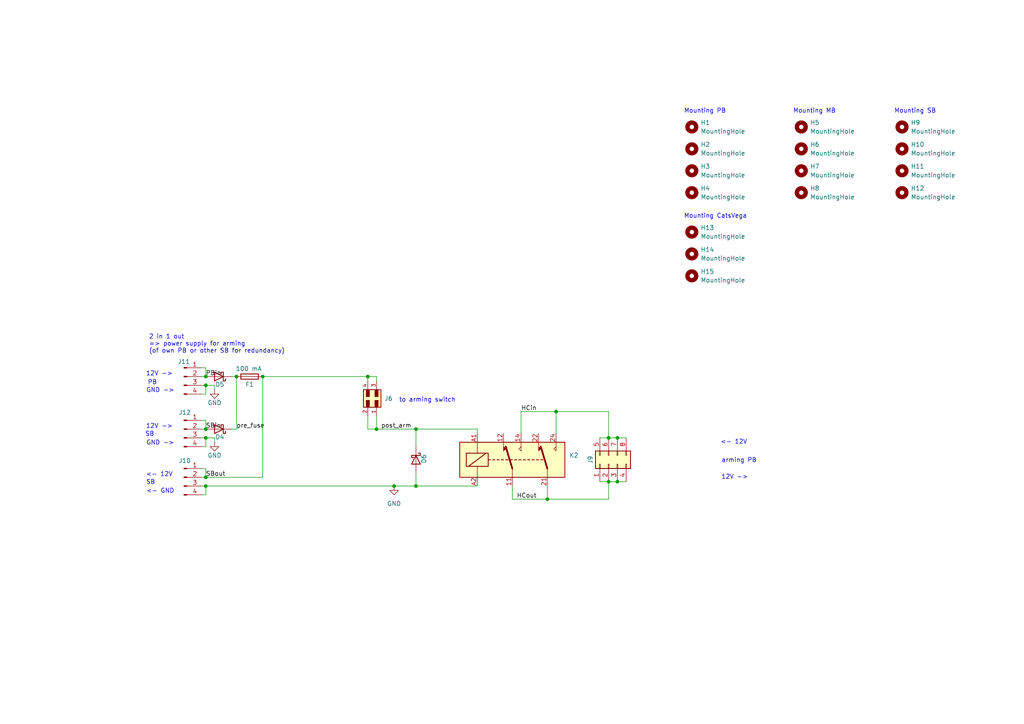
<source format=kicad_sch>
(kicad_sch (version 20250114) (generator "eeschema") (generator_version "9.0")
  (paper "A4")
  (lib_symbols
    (symbol "Connector:Conn_01x04_Pin" (pin_names (offset 1.016) (hide yes))
      (property "Reference" "J" (at 0 5.08 0))
      (property "Value" "Conn_01x04_Pin" (at 0 -7.62 0))
      (symbol "Conn_01x04_Pin_1_1"
        (rectangle (start 0.8636 2.667) (end 0 2.413) (stroke (width 0.1524)) (fill (type outline)))
        (rectangle (start 0.8636 0.127) (end 0 -0.127) (stroke (width 0.1524)) (fill (type outline)))
        (rectangle (start 0.8636 -2.413) (end 0 -2.667) (stroke (width 0.1524)) (fill (type outline)))
        (rectangle (start 0.8636 -4.953) (end 0 -5.207) (stroke (width 0.1524)) (fill (type outline)))
        (polyline (pts (xy 1.27 2.54) (xy 0.8636 2.54)) (stroke (width 0.1524)))
        (polyline (pts (xy 1.27 0) (xy 0.8636 0)) (stroke (width 0.1524)))
        (polyline (pts (xy 1.27 -2.54) (xy 0.8636 -2.54)) (stroke (width 0.1524)))
        (polyline (pts (xy 1.27 -5.08) (xy 0.8636 -5.08)) (stroke (width 0.1524)))
        (pin passive line (at 5.08 2.54 180) (length 3.81) (name "Pin_1") (number "1"))
        (pin passive line (at 5.08 0 180) (length 3.81) (name "Pin_2") (number "2"))
        (pin passive line (at 5.08 -2.54 180) (length 3.81) (name "Pin_3") (number "3"))
        (pin passive line (at 5.08 -5.08 180) (length 3.81) (name "Pin_4") (number "4"))
      )
    )
    (symbol "Connector_Generic:Conn_02x04_Top_Bottom" (pin_names (offset 1.016) (hide yes))
      (property "Reference" "J" (at 1.27 5.08 0))
      (property "Value" "Conn_02x04_Top_Bottom" (at 1.27 -7.62 0))
      (symbol "Conn_02x04_Top_Bottom_1_1"
        (rectangle (start -1.27 3.81) (end 3.81 -6.35) (stroke (width 0.254)) (fill (type background)))
        (rectangle (start -1.27 2.667) (end 0 2.413) (stroke (width 0.1524)))
        (rectangle (start -1.27 0.127) (end 0 -0.127) (stroke (width 0.1524)))
        (rectangle (start -1.27 -2.413) (end 0 -2.667) (stroke (width 0.1524)))
        (rectangle (start -1.27 -4.953) (end 0 -5.207) (stroke (width 0.1524)))
        (rectangle (start 3.81 2.667) (end 2.54 2.413) (stroke (width 0.1524)))
        (rectangle (start 3.81 0.127) (end 2.54 -0.127) (stroke (width 0.1524)))
        (rectangle (start 3.81 -2.413) (end 2.54 -2.667) (stroke (width 0.1524)))
        (rectangle (start 3.81 -4.953) (end 2.54 -5.207) (stroke (width 0.1524)))
        (pin passive line (at -5.08 2.54 0) (length 3.81) (name "Pin_1") (number "1"))
        (pin passive line (at -5.08 0 0) (length 3.81) (name "Pin_2") (number "2"))
        (pin passive line (at -5.08 -2.54 0) (length 3.81) (name "Pin_3") (number "3"))
        (pin passive line (at -5.08 -5.08 0) (length 3.81) (name "Pin_4") (number "4"))
        (pin passive line (at 7.62 2.54 180) (length 3.81) (name "Pin_5") (number "5"))
        (pin passive line (at 7.62 0 180) (length 3.81) (name "Pin_6") (number "6"))
        (pin passive line (at 7.62 -2.54 180) (length 3.81) (name "Pin_7") (number "7"))
        (pin passive line (at 7.62 -5.08 180) (length 3.81) (name "Pin_8") (number "8"))
      )
    )
    (symbol "Device:D_Schottky" (pin_numbers (hide yes)) (pin_names (offset 1.016) (hide yes))
      (property "Reference" "D" (at 0 2.54 0))
      (property "Value" "D_Schottky" (at 0 -2.54 0))
      (symbol "D_Schottky_0_1"
        (polyline (pts (xy -1.905 0.635) (xy -1.905 1.27) (xy -1.27 1.27) (xy -1.27 -1.27) (xy -0.635 -1.27) (xy -0.635 -0.635)) (stroke (width 0.254)))
        (polyline (pts (xy 1.27 1.27) (xy 1.27 -1.27) (xy -1.27 0) (xy 1.27 1.27)) (stroke (width 0.254)))
        (polyline (pts (xy 1.27 0) (xy -1.27 0)))
      )
      (symbol "D_Schottky_1_1"
        (pin passive line (at -3.81 0 0) (length 2.54) (name "K") (number "1"))
        (pin passive line (at 3.81 0 180) (length 2.54) (name "A") (number "2"))
      )
    )
    (symbol "Device:Fuse" (pin_numbers (hide yes)) (pin_names (offset 0))
      (property "Reference" "F" (at 2.032 0 90))
      (property "Value" "Fuse" (at -1.905 0 90))
      (symbol "Fuse_0_1"
        (rectangle (start -0.762 -2.54) (end 0.762 2.54) (stroke (width 0.254)))
        (polyline (pts (xy 0 2.54) (xy 0 -2.54)))
      )
      (symbol "Fuse_1_1"
        (pin passive line (at 0 3.81 270) (length 1.27) (name "~") (number "1"))
        (pin passive line (at 0 -3.81 90) (length 1.27) (name "~") (number "2"))
      )
    )
    (symbol "Mechanical:MountingHole" (pin_names (offset 1.016)) (exclude_from_sim yes) (in_bom no)
      (property "Reference" "H" (at 0 5.08 0))
      (property "Value" "MountingHole" (at 0 3.175 0))
      (symbol "MountingHole_0_1"
        (circle (center 0 0) (radius 1.27) (stroke (width 1.27)))
      )
    )
    (symbol "Relay:FINDER-30.22"
      (property "Reference" "K" (at 16.51 3.81 0))
      (property "Value" "FINDER-30.22" (at 16.51 1.27 0))
      (symbol "FINDER-30.22_0_0"
        (polyline (pts (xy -2.54 5.08) (xy -2.54 2.54) (xy -1.905 3.175) (xy -2.54 3.81)) (fill (type outline)))
        (polyline (pts (xy 2.54 5.08) (xy 2.54 2.54) (xy 1.905 3.175) (xy 2.54 3.81)))
        (polyline (pts (xy 7.62 5.08) (xy 7.62 2.54) (xy 8.255 3.175) (xy 7.62 3.81)) (fill (type outline)))
        (polyline (pts (xy 12.7 5.08) (xy 12.7 2.54) (xy 12.065 3.175) (xy 12.7 3.81)))
      )
      (symbol "FINDER-30.22_0_1"
        (rectangle (start -15.24 5.08) (end 15.24 -5.08) (stroke (width 0.254)) (fill (type background)))
        (rectangle (start -13.335 1.905) (end -6.985 -1.905) (stroke (width 0.254)))
        (polyline (pts (xy -12.7 -1.905) (xy -7.62 1.905)) (stroke (width 0.254)))
        (polyline (pts (xy -10.16 5.08) (xy -10.16 1.905)))
        (polyline (pts (xy -10.16 -5.08) (xy -10.16 -1.905)))
        (polyline (pts (xy -6.985 0) (xy -6.35 0)) (stroke (width 0.254)))
        (polyline (pts (xy -5.715 0) (xy -5.08 0)) (stroke (width 0.254)))
        (polyline (pts (xy -4.445 0) (xy -3.81 0)) (stroke (width 0.254)))
        (polyline (pts (xy -3.175 0) (xy -2.54 0)) (stroke (width 0.254)))
        (polyline (pts (xy -1.905 0) (xy -1.27 0)) (stroke (width 0.254)))
        (polyline (pts (xy -0.635 0) (xy 0 0)) (stroke (width 0.254)))
        (polyline (pts (xy 0 -2.54) (xy -1.905 3.81)) (stroke (width 0.508)))
        (polyline (pts (xy 0 -2.54) (xy 0 -5.08)))
        (polyline (pts (xy 0.635 0) (xy 1.27 0)) (stroke (width 0.254)))
        (polyline (pts (xy 1.905 0) (xy 2.54 0)) (stroke (width 0.254)))
        (polyline (pts (xy 3.175 0) (xy 3.81 0)) (stroke (width 0.254)))
        (polyline (pts (xy 4.445 0) (xy 5.08 0)) (stroke (width 0.254)))
        (polyline (pts (xy 5.715 0) (xy 6.35 0)) (stroke (width 0.254)))
        (polyline (pts (xy 6.985 0) (xy 7.62 0)) (stroke (width 0.254)))
        (polyline (pts (xy 8.255 0) (xy 8.89 0)) (stroke (width 0.254)))
        (polyline (pts (xy 10.16 -2.54) (xy 8.255 3.81)) (stroke (width 0.508)))
        (polyline (pts (xy 10.16 -2.54) (xy 10.16 -5.08)))
      )
      (symbol "FINDER-30.22_1_1"
        (pin passive line (at -10.16 7.62 270) (length 2.54) (name "~") (number "A1"))
        (pin passive line (at -10.16 -7.62 90) (length 2.54) (name "~") (number "A2"))
        (pin passive line (at -2.54 7.62 270) (length 2.54) (name "~") (number "12"))
        (pin passive line (at 0 -7.62 90) (length 2.54) (name "~") (number "11"))
        (pin passive line (at 2.54 7.62 270) (length 2.54) (name "~") (number "14"))
        (pin passive line (at 7.62 7.62 270) (length 2.54) (name "~") (number "22"))
        (pin passive line (at 10.16 -7.62 90) (length 2.54) (name "~") (number "21"))
        (pin passive line (at 12.7 7.62 270) (length 2.54) (name "~") (number "24"))
      )
    )
    (symbol "Würth connectors:6620XX236022_662004236022" (pin_names (offset 1.016))
      (property "Reference" "J" (at 1.946 1.568 0))
      (property "Value" "6620XX236022_662004236022" (at 1.922 -0.284 0))
      (symbol "6620XX236022_662004236022_0_0"
        (rectangle (start -3.81 -2.54) (end 1.27 2.54) (stroke (width 0.254)) (fill (type background)))
        (rectangle (start -3.04 0.5) (end -2.04 2.5) (stroke (width 0.1)) (fill (type outline)))
        (rectangle (start -3.04 -2.5) (end -2.04 -0.5) (stroke (width 0.1)) (fill (type outline)))
        (rectangle (start -0.5 0.5) (end 0.5 2.5) (stroke (width 0.1)) (fill (type outline)))
        (rectangle (start -0.5 -2.5) (end 0.5 -0.5) (stroke (width 0.1)) (fill (type outline)))
        (pin passive line (at -2.54 5.08 270) (length 2.54) (name "~") (number "4"))
        (pin passive line (at -2.54 -5.08 90) (length 2.54) (name "~") (number "2"))
        (pin passive line (at 0 5.08 270) (length 2.54) (name "~") (number "3"))
        (pin passive line (at 0 -5.08 90) (length 2.54) (name "~") (number "1"))
      )
    )
    (symbol "power:GND" (power) (pin_numbers (hide yes)) (pin_names (offset 0) (hide yes))
      (property "Value" "GND" (at 0 -3.81 0))
      (symbol "GND_0_1"
        (polyline (pts (xy 0 0) (xy 0 -1.27) (xy 1.27 -1.27) (xy 0 -2.54) (xy -1.27 -1.27) (xy 0 -1.27)))
      )
      (symbol "GND_1_1"
        (pin power_in line (at 0 0 270) (length 0) (name "~") (number "1"))
      )
    )
  )
  (text "SB" (at 43.688 139.954 0) (effects (font (size 1.27 1.27))))
  (text "Mounting SB" (at 265.43 32.258 0) (effects (font (size 1.27 1.27))))
  (text "to arming switch" (at 123.952 116.078 0) (effects (font (size 1.27 1.27))))
  (text "arming PB" (at 214.376 133.604 0) (effects (font (size 1.27 1.27))))
  (text "2 in 1 out \n=> power supply for arming \n(of own PB or other SB for redundancy)" (at 43.18 99.822 0) (effects (font (size 1.27 1.27)) (justify left)))
  (text "SB" (at 43.434 125.984 0) (effects (font (size 1.27 1.27))))
  (text "Mounting CatsVega" (at 207.518 62.738 0) (effects (font (size 1.27 1.27))))
  (text "GND ->" (at 46.482 113.284 0) (effects (font (size 1.27 1.27))))
  (text "GND ->" (at 46.482 128.524 0) (effects (font (size 1.27 1.27))))
  (text "12V ->" (at 213.106 138.43 0) (effects (font (size 1.27 1.27))))
  (text "<- GND" (at 46.482 142.494 0) (effects (font (size 1.27 1.27))))
  (text "12V ->" (at 46.228 108.458 0) (effects (font (size 1.27 1.27))))
  (text "<- 12V" (at 212.852 128.27 0) (effects (font (size 1.27 1.27))))
  (text "<- 12V" (at 46.228 137.668 0) (effects (font (size 1.27 1.27))))
  (text "Mounting MB" (at 236.22 32.258 0) (effects (font (size 1.27 1.27))))
  (text "PB" (at 44.196 110.998 0) (effects (font (size 1.27 1.27))))
  (text "12V ->" (at 46.228 123.698 0) (effects (font (size 1.27 1.27))))
  (text "Mounting PB" (at 204.47 32.258 0) (effects (font (size 1.27 1.27))))
  (junction (at 179.07 139.7))
  (junction (at 59.69 140.97))
  (junction (at 68.58 109.22))
  (junction (at 158.75 144.78))
  (junction (at 59.69 111.76))
  (junction (at 59.69 127))
  (junction (at 59.69 138.43))
  (junction (at 179.07 127))
  (junction (at 161.29 119.38))
  (junction (at 176.53 127))
  (junction (at 109.22 124.46))
  (junction (at 59.69 109.22))
  (junction (at 120.65 140.97))
  (junction (at 120.65 124.46))
  (junction (at 114.3 140.97))
  (junction (at 106.68 109.22))
  (junction (at 176.53 139.7))
  (junction (at 76.2 109.22))
  (junction (at 59.69 124.46))
  (wire (pts (xy 151.13 119.38) (xy 161.29 119.38)))
  (wire (pts (xy 120.65 124.46) (xy 138.43 124.46)))
  (wire (pts (xy 58.42 129.54) (xy 59.69 129.54)))
  (wire (pts (xy 58.42 138.43) (xy 59.69 138.43)))
  (wire (pts (xy 106.68 124.46) (xy 109.22 124.46)))
  (wire (pts (xy 76.2 109.22) (xy 76.2 138.43)))
  (wire (pts (xy 173.99 127) (xy 176.53 127)))
  (wire (pts (xy 59.69 114.3) (xy 58.42 114.3)))
  (wire (pts (xy 76.2 109.22) (xy 106.68 109.22)))
  (wire (pts (xy 58.42 127) (xy 59.69 127)))
  (wire (pts (xy 176.53 119.38) (xy 176.53 127)))
  (wire (pts (xy 148.59 140.97) (xy 148.59 144.78)))
  (wire (pts (xy 151.13 125.73) (xy 151.13 119.38)))
  (wire (pts (xy 59.69 127) (xy 62.23 127)))
  (wire (pts (xy 158.75 144.78) (xy 176.53 144.78)))
  (wire (pts (xy 59.69 111.76) (xy 59.69 114.3)))
  (wire (pts (xy 158.75 140.97) (xy 158.75 144.78)))
  (wire (pts (xy 138.43 124.46) (xy 138.43 125.73)))
  (wire (pts (xy 58.42 124.46) (xy 59.69 124.46)))
  (wire (pts (xy 59.69 143.51) (xy 58.42 143.51)))
  (wire (pts (xy 58.42 109.22) (xy 59.69 109.22)))
  (wire (pts (xy 176.53 139.7) (xy 179.07 139.7)))
  (wire (pts (xy 59.69 109.22) (xy 59.69 106.68)))
  (wire (pts (xy 109.22 120.65) (xy 109.22 124.46)))
  (wire (pts (xy 179.07 127) (xy 181.61 127)))
  (wire (pts (xy 59.69 140.97) (xy 59.69 143.51)))
  (wire (pts (xy 58.42 140.97) (xy 59.69 140.97)))
  (wire (pts (xy 173.99 139.7) (xy 176.53 139.7)))
  (wire (pts (xy 62.23 113.03) (xy 62.23 111.76)))
  (wire (pts (xy 58.42 111.76) (xy 59.69 111.76)))
  (wire (pts (xy 59.69 127) (xy 59.69 129.54)))
  (wire (pts (xy 120.65 140.97) (xy 138.43 140.97)))
  (wire (pts (xy 59.69 106.68) (xy 58.42 106.68)))
  (wire (pts (xy 59.69 138.43) (xy 76.2 138.43)))
  (wire (pts (xy 68.58 109.22) (xy 68.58 124.46)))
  (wire (pts (xy 62.23 128.27) (xy 62.23 127)))
  (wire (pts (xy 68.58 109.22) (xy 67.31 109.22)))
  (wire (pts (xy 59.69 140.97) (xy 114.3 140.97)))
  (wire (pts (xy 120.65 124.46) (xy 120.65 129.54)))
  (wire (pts (xy 176.53 139.7) (xy 176.53 144.78)))
  (wire (pts (xy 109.22 124.46) (xy 120.65 124.46)))
  (wire (pts (xy 59.69 138.43) (xy 59.69 135.89)))
  (wire (pts (xy 68.58 124.46) (xy 67.31 124.46)))
  (wire (pts (xy 59.69 111.76) (xy 62.23 111.76)))
  (wire (pts (xy 161.29 125.73) (xy 161.29 119.38)))
  (wire (pts (xy 59.69 135.89) (xy 58.42 135.89)))
  (wire (pts (xy 176.53 127) (xy 179.07 127)))
  (wire (pts (xy 109.22 110.49) (xy 109.22 109.22)))
  (wire (pts (xy 106.68 120.65) (xy 106.68 124.46)))
  (wire (pts (xy 59.69 121.92) (xy 59.69 124.46)))
  (wire (pts (xy 109.22 109.22) (xy 106.68 109.22)))
  (wire (pts (xy 179.07 139.7) (xy 181.61 139.7)))
  (wire (pts (xy 106.68 109.22) (xy 106.68 110.49)))
  (wire (pts (xy 161.29 119.38) (xy 176.53 119.38)))
  (wire (pts (xy 58.42 121.92) (xy 59.69 121.92)))
  (wire (pts (xy 120.65 137.16) (xy 120.65 140.97)))
  (wire (pts (xy 148.59 144.78) (xy 158.75 144.78)))
  (wire (pts (xy 114.3 140.97) (xy 120.65 140.97)))
  (label "SBout" (at 59.69 138.43 0))
  (label "HCout" (at 149.86 144.78 0))
  (label "HCin" (at 151.13 119.38 0))
  (label "PBin" (at 59.69 109.22 0))
  (label "post_arm" (at 110.49 124.46 0))
  (label "pre_fuse" (at 68.58 124.46 0))
  (label "SBin" (at 59.69 124.46 0))
  (symbol (lib_id "Mechanical:MountingHole") (at 200.66 55.88 0) (unit 1) (exclude_from_sim yes) (in_bom no)
    (property "Reference" "H4" (at 203.2 54.6099 0) (effects (justify left)))
    (property "Value" "MountingHole" (at 203.2 57.1499 0) (effects (justify left)))
    (property "Footprint" "Mounting_Wuerth:Mounting_Wuerth_WA-SMSR-3.2mm_H4.6mm_ReverseMount_9775046960" (effects (hide yes)))
    (property "Description" "Mounting Hole without connection" (effects (hide yes)))
  )
  (symbol (lib_id "Connector_Generic:Conn_02x04_Top_Bottom") (at 176.53 134.62 90) (unit 1)
    (property "Reference" "J9" (at 171.196 133.35 0))
    (property "Value" "Conn_02x04_Top_Bottom" (effects (hide yes)))
    (property "Footprint" "Connector_Molex:Molex_Micro-Fit_3.0_43045-0800_2x04_P3.00mm_Horizontal" (effects (hide yes)))
    (property "Description" "Generic connector, double row, 02x04, top/bottom pin numbering scheme (row 1: 1...pins_per_row, row2: pins_per_row+1 ... num_pins), script generated (kicad-library-utils/schlib/autogen/connector/)" (effects (hide yes)))
    (property "Usage" "Vehicle Bus" (effects (hide yes)))
  )
  (symbol (lib_id "Device:Fuse") (at 72.39 109.22 90) (unit 1)
    (property "Reference" "F1" (at 73.66 111.506 90) (effects (justify left)))
    (property "Value" "100 mA" (at 75.946 106.934 90) (effects (justify left)))
    (property "Footprint" "Fuse:Fuse_0603_1608Metric_Pad1.05x0.95mm_HandSolder" (effects (hide yes)))
  )
  (symbol (lib_id "Mechanical:MountingHole") (at 200.66 43.18 0) (unit 1) (exclude_from_sim yes) (in_bom no)
    (property "Reference" "H2" (at 203.2 41.9099 0) (effects (justify left)))
    (property "Value" "MountingHole" (at 203.2 44.4499 0) (effects (justify left)))
    (property "Footprint" "Mounting_Wuerth:Mounting_Wuerth_WA-SMSR-3.2mm_H4.6mm_ReverseMount_9775046960" (effects (hide yes)))
    (property "Description" "Mounting Hole without connection" (effects (hide yes)))
  )
  (symbol (lib_id "Mechanical:MountingHole") (at 261.62 43.18 0) (unit 1) (exclude_from_sim yes) (in_bom no)
    (property "Reference" "H10" (at 264.16 41.9099 0) (effects (justify left)))
    (property "Value" "MountingHole" (at 264.16 44.4499 0) (effects (justify left)))
    (property "Footprint" "MountingHole:MountingHole_3.2mm_M3_DIN965_Pad" (effects (hide yes)))
    (property "Description" "Mounting Hole without connection" (effects (hide yes)))
  )
  (symbol (lib_id "Mechanical:MountingHole") (at 200.66 49.53 0) (unit 1) (exclude_from_sim yes) (in_bom no)
    (property "Reference" "H3" (at 203.2 48.2599 0) (effects (justify left)))
    (property "Value" "MountingHole" (at 203.2 50.7999 0) (effects (justify left)))
    (property "Footprint" "Mounting_Wuerth:Mounting_Wuerth_WA-SMSR-3.2mm_H4.6mm_ReverseMount_9775046960" (effects (hide yes)))
    (property "Description" "Mounting Hole without connection" (effects (hide yes)))
  )
  (symbol (lib_id "Relay:FINDER-30.22") (at 148.59 133.35 0) (unit 1)
    (property "Reference" "K2" (at 165.1 132.0799 0) (effects (justify left)))
    (property "Value" "FINDER-30.22" (effects (hide yes)))
    (property "Footprint" "Relay_THT:Relay_DPDT_Finder_30.22" (effects (hide yes)))
    (property "Datasheet" "http://gfinder.findernet.com/assets/Series/354/S30EN.pdf" (effects (hide yes)))
    (property "Description" "FINDER 30.52, Dual Pole Relay, Subminiature 5mm Pitch, 2A" (effects (hide yes)))
  )
  (symbol (lib_id "Würth connectors:6620XX236022_662004236022") (at 109.22 115.57 0) (unit 1)
    (property "Reference" "J6" (at 111.506 115.57 0) (effects (justify left)))
    (property "Value" "6620XX236022_662004236022" (effects (hide yes)))
    (property "Footprint" "stigma:Molex_Micro-Fit_3.0_43045-0400_2x02_P3.00mm_Horizontal" (effects (hide yes)))
    (property "MF" "Würth Elektronik" (effects (hide yes)))
    (property "Description_1" "Connector Header Surface Mount, Right Angle 4 position 0.118 (3.00mm)" (effects (hide yes)))
    (property "Package" "None" (effects (hide yes)))
    (property "Price" "None" (effects (hide yes)))
    (property "SnapEDA_Link" "https://www.snapeda.com/parts/662004236022/W%25C3%25BCrth+Elektronik+Midcom/view-part/?ref=snap" (effects (hide yes)))
    (property "MP" "662004236022" (effects (hide yes)))
    (property "Availability" "In Stock" (effects (hide yes)))
    (property "Check_prices" "https://www.snapeda.com/parts/662004236022/W%25C3%25BCrth+Elektronik+Midcom/view-part/?ref=eda" (effects (hide yes)))
  )
  (symbol (lib_id "Mechanical:MountingHole") (at 232.41 55.88 0) (unit 1) (exclude_from_sim yes) (in_bom no)
    (property "Reference" "H8" (at 234.95 54.6099 0) (effects (justify left)))
    (property "Value" "MountingHole" (at 234.95 57.1499 0) (effects (justify left)))
    (property "Footprint" "Mounting_Wuerth:Mounting_Wuerth_WA-SMSR-3.2mm_H4.6mm_ReverseMount_9775046960" (effects (hide yes)))
    (property "Description" "Mounting Hole without connection" (effects (hide yes)))
  )
  (symbol (lib_id "Mechanical:MountingHole") (at 200.66 36.83 0) (unit 1) (exclude_from_sim yes) (in_bom no)
    (property "Reference" "H1" (at 203.2 35.5599 0) (effects (justify left)))
    (property "Value" "MountingHole" (at 203.2 38.0999 0) (effects (justify left)))
    (property "Footprint" "Mounting_Wuerth:Mounting_Wuerth_WA-SMSR-3.2mm_H4.6mm_ReverseMount_9775046960" (effects (hide yes)))
    (property "Description" "Mounting Hole without connection" (effects (hide yes)))
  )
  (symbol (lib_id "Mechanical:MountingHole") (at 261.62 36.83 0) (unit 1) (exclude_from_sim yes) (in_bom no)
    (property "Reference" "H9" (at 264.16 35.5599 0) (effects (justify left)))
    (property "Value" "MountingHole" (at 264.16 38.0999 0) (effects (justify left)))
    (property "Footprint" "MountingHole:MountingHole_3.2mm_M3_DIN965_Pad" (effects (hide yes)))
    (property "Description" "Mounting Hole without connection" (effects (hide yes)))
  )
  (symbol (lib_id "Mechanical:MountingHole") (at 232.41 49.53 0) (unit 1) (exclude_from_sim yes) (in_bom no)
    (property "Reference" "H7" (at 234.95 48.2599 0) (effects (justify left)))
    (property "Value" "MountingHole" (at 234.95 50.7999 0) (effects (justify left)))
    (property "Footprint" "Mounting_Wuerth:Mounting_Wuerth_WA-SMSR-3.2mm_H4.6mm_ReverseMount_9775046960" (effects (hide yes)))
    (property "Description" "Mounting Hole without connection" (effects (hide yes)))
  )
  (symbol (lib_id "power:GND") (at 114.3 140.97 0) (unit 1)
    (property "Reference" "#PWR01" (effects (hide yes)))
    (property "Value" "GND" (at 114.3 146.05 0))
    (property "Description" "Power symbol creates a global label with name \"GND\" , ground" (effects (hide yes)))
  )
  (symbol (lib_id "Mechanical:MountingHole") (at 261.62 49.53 0) (unit 1) (exclude_from_sim yes) (in_bom no)
    (property "Reference" "H11" (at 264.16 48.2599 0) (effects (justify left)))
    (property "Value" "MountingHole" (at 264.16 50.7999 0) (effects (justify left)))
    (property "Footprint" "MountingHole:MountingHole_3.2mm_M3_DIN965_Pad" (effects (hide yes)))
    (property "Description" "Mounting Hole without connection" (effects (hide yes)))
  )
  (symbol (lib_id "Connector:Conn_01x04_Pin") (at 53.34 138.43 0) (unit 1)
    (property "Reference" "J10" (at 53.594 133.604 0))
    (property "Value" "JST-GH 4Pin" (effects (hide yes)))
    (property "Footprint" "Connector_JST:JST_GH_SM04B-GHS-TB_1x04-1MP_P1.25mm_Horizontal" (effects (hide yes)))
    (property "LCSC#" "x" (effects (hide yes)))
  )
  (symbol (lib_id "power:GND") (at 62.23 113.03 0) (unit 1)
    (property "Reference" "#PWR03" (effects (hide yes)))
    (property "Value" "GND" (at 62.23 116.84 0))
    (property "Description" "Power symbol creates a global label with name \"GND\" , ground" (effects (hide yes)))
  )
  (symbol (lib_id "Mechanical:MountingHole") (at 232.41 43.18 0) (unit 1) (exclude_from_sim yes) (in_bom no)
    (property "Reference" "H6" (at 234.95 41.9099 0) (effects (justify left)))
    (property "Value" "MountingHole" (at 234.95 44.4499 0) (effects (justify left)))
    (property "Footprint" "Mounting_Wuerth:Mounting_Wuerth_WA-SMSR-3.2mm_H4.6mm_ReverseMount_9775046960" (effects (hide yes)))
    (property "Description" "Mounting Hole without connection" (effects (hide yes)))
  )
  (symbol (lib_id "Device:D_Schottky") (at 63.5 109.22 180) (unit 1)
    (property "Reference" "D5" (at 63.754 111.506 0))
    (property "Footprint" "Diode_SMD:D_SOD-323" (effects (hide yes)))
    (property "Datasheet" "https://www.lcsc.com/datasheet/C191023.pdf" (effects (hide yes)))
    (property "Description" "Schottky diode" (effects (hide yes)))
    (property "LCSC" "C191023" (effects (hide yes)))
  )
  (symbol (lib_id "Mechanical:MountingHole") (at 200.66 67.31 0) (unit 1) (exclude_from_sim yes) (in_bom no)
    (property "Reference" "H13" (at 203.2 66.0399 0) (effects (justify left)))
    (property "Value" "MountingHole" (at 203.2 68.5799 0) (effects (justify left)))
    (property "Footprint" "MountingHole:MountingHole_3.2mm_M3_DIN965_Pad" (effects (hide yes)))
    (property "Description" "Mounting Hole without connection" (effects (hide yes)))
  )
  (symbol (lib_id "Device:D_Schottky") (at 63.5 124.46 180) (unit 1)
    (property "Reference" "D4" (at 63.754 126.746 0))
    (property "Footprint" "Diode_SMD:D_SOD-323" (effects (hide yes)))
    (property "Datasheet" "https://www.lcsc.com/datasheet/C191023.pdf" (effects (hide yes)))
    (property "Description" "Schottky diode" (effects (hide yes)))
    (property "LCSC" "C191023" (effects (hide yes)))
  )
  (symbol (lib_id "Mechanical:MountingHole") (at 232.41 36.83 0) (unit 1) (exclude_from_sim yes) (in_bom no)
    (property "Reference" "H5" (at 234.95 35.5599 0) (effects (justify left)))
    (property "Value" "MountingHole" (at 234.95 38.0999 0) (effects (justify left)))
    (property "Footprint" "Mounting_Wuerth:Mounting_Wuerth_WA-SMSR-3.2mm_H4.6mm_ReverseMount_9775046960" (effects (hide yes)))
    (property "Description" "Mounting Hole without connection" (effects (hide yes)))
  )
  (symbol (lib_id "Connector:Conn_01x04_Pin") (at 53.34 109.22 0) (unit 1)
    (property "Reference" "J11" (at 53.34 104.902 0))
    (property "Value" "JST-GH 4Pin" (effects (hide yes)))
    (property "Footprint" "Connector_JST:JST_GH_SM04B-GHS-TB_1x04-1MP_P1.25mm_Horizontal" (effects (hide yes)))
    (property "LCSC#" "x" (effects (hide yes)))
  )
  (symbol (lib_id "power:GND") (at 62.23 128.27 0) (unit 1)
    (property "Reference" "#PWR02" (effects (hide yes)))
    (property "Value" "GND" (at 62.23 132.08 0))
    (property "Description" "Power symbol creates a global label with name \"GND\" , ground" (effects (hide yes)))
  )
  (symbol (lib_id "Connector:Conn_01x04_Pin") (at 53.34 124.46 0) (unit 1)
    (property "Reference" "J12" (at 53.594 119.634 0))
    (property "Value" "JST-GH 4Pin" (effects (hide yes)))
    (property "Footprint" "Connector_JST:JST_GH_SM04B-GHS-TB_1x04-1MP_P1.25mm_Horizontal" (effects (hide yes)))
    (property "LCSC#" "x" (effects (hide yes)))
  )
  (symbol (lib_id "Mechanical:MountingHole") (at 200.66 80.01 0) (unit 1) (exclude_from_sim yes) (in_bom no)
    (property "Reference" "H15" (at 203.2 78.7399 0) (effects (justify left)))
    (property "Value" "MountingHole" (at 203.2 81.2799 0) (effects (justify left)))
    (property "Footprint" "MountingHole:MountingHole_3.2mm_M3_DIN965_Pad" (effects (hide yes)))
    (property "Description" "Mounting Hole without connection" (effects (hide yes)))
  )
  (symbol (lib_id "Device:D_Schottky") (at 120.65 133.35 270) (unit 1)
    (property "Reference" "D6" (at 122.936 133.096 0))
    (property "Footprint" "Diode_SMD:D_SOD-323" (effects (hide yes)))
    (property "Datasheet" "https://www.lcsc.com/datasheet/C191023.pdf" (effects (hide yes)))
    (property "Description" "Schottky diode" (effects (hide yes)))
    (property "LCSC" "C191023" (effects (hide yes)))
  )
  (symbol (lib_id "Mechanical:MountingHole") (at 261.62 55.88 0) (unit 1) (exclude_from_sim yes) (in_bom no)
    (property "Reference" "H12" (at 264.16 54.6099 0) (effects (justify left)))
    (property "Value" "MountingHole" (at 264.16 57.1499 0) (effects (justify left)))
    (property "Footprint" "MountingHole:MountingHole_3.2mm_M3_DIN965_Pad" (effects (hide yes)))
    (property "Description" "Mounting Hole without connection" (effects (hide yes)))
  )
  (symbol (lib_id "Mechanical:MountingHole") (at 200.66 73.66 0) (unit 1) (exclude_from_sim yes) (in_bom no)
    (property "Reference" "H14" (at 203.2 72.3899 0) (effects (justify left)))
    (property "Value" "MountingHole" (at 203.2 74.9299 0) (effects (justify left)))
    (property "Footprint" "MountingHole:MountingHole_3.2mm_M3_DIN965_Pad" (effects (hide yes)))
    (property "Description" "Mounting Hole without connection" (effects (hide yes)))
  )
)
</source>
